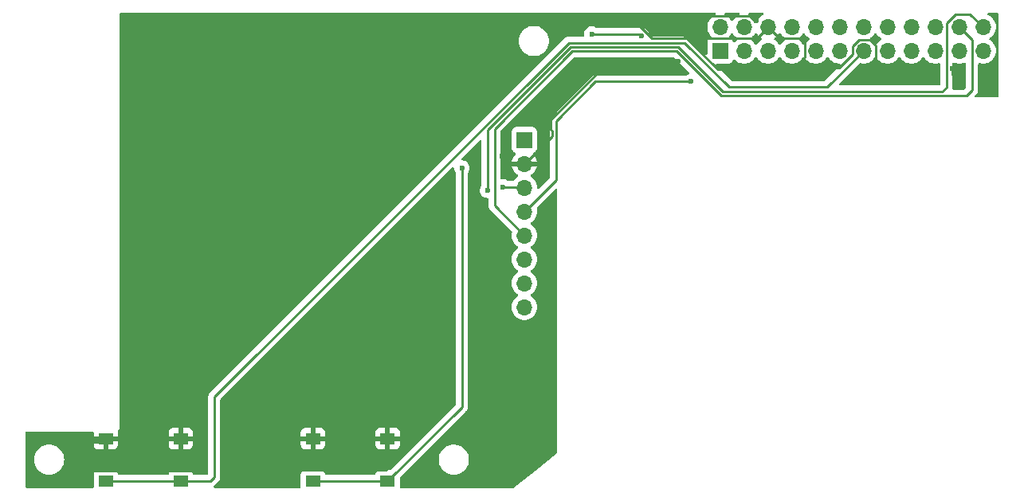
<source format=gbl>
G04 #@! TF.GenerationSoftware,KiCad,Pcbnew,7.0.9-7.0.9~ubuntu20.04.1*
G04 #@! TF.CreationDate,2024-01-21T19:49:38-07:00*
G04 #@! TF.ProjectId,lcdandbuttonboard3b,6c636461-6e64-4627-9574-746f6e626f61,rev?*
G04 #@! TF.SameCoordinates,Original*
G04 #@! TF.FileFunction,Copper,L2,Bot*
G04 #@! TF.FilePolarity,Positive*
%FSLAX46Y46*%
G04 Gerber Fmt 4.6, Leading zero omitted, Abs format (unit mm)*
G04 Created by KiCad (PCBNEW 7.0.9-7.0.9~ubuntu20.04.1) date 2024-01-21 19:49:38*
%MOMM*%
%LPD*%
G01*
G04 APERTURE LIST*
G04 #@! TA.AperFunction,ComponentPad*
%ADD10R,1.700000X1.700000*%
G04 #@! TD*
G04 #@! TA.AperFunction,ComponentPad*
%ADD11O,1.700000X1.700000*%
G04 #@! TD*
G04 #@! TA.AperFunction,SMDPad,CuDef*
%ADD12R,1.550000X1.300000*%
G04 #@! TD*
G04 #@! TA.AperFunction,ViaPad*
%ADD13C,0.600000*%
G04 #@! TD*
G04 #@! TA.AperFunction,Conductor*
%ADD14C,0.250000*%
G04 #@! TD*
G04 APERTURE END LIST*
D10*
X141500000Y-64000000D03*
D11*
X141500000Y-66540000D03*
X141500000Y-69080000D03*
X141500000Y-71620000D03*
X141500000Y-74160000D03*
X141500000Y-76700000D03*
X141500000Y-79240000D03*
X141500000Y-81780000D03*
D10*
X162300000Y-54540000D03*
D11*
X162300000Y-52000000D03*
X164840000Y-54540000D03*
X164840000Y-52000000D03*
X167380000Y-54540000D03*
X167380000Y-52000000D03*
X169920000Y-54540000D03*
X169920000Y-52000000D03*
X172460000Y-54540000D03*
X172460000Y-52000000D03*
X175000000Y-54540000D03*
X175000000Y-52000000D03*
X177540000Y-54540000D03*
X177540000Y-52000000D03*
X180080000Y-54540000D03*
X180080000Y-52000000D03*
X182620000Y-54540000D03*
X182620000Y-52000000D03*
X185160000Y-54540000D03*
X185160000Y-52000000D03*
X187700000Y-54540000D03*
X187700000Y-52000000D03*
X190240000Y-54540000D03*
X190240000Y-52000000D03*
D12*
X97025000Y-100250000D03*
X104975000Y-100250000D03*
X97025000Y-95750000D03*
X104975000Y-95750000D03*
X119025000Y-100250000D03*
X126975000Y-100250000D03*
X119025000Y-95750000D03*
X126975000Y-95750000D03*
D13*
X98975000Y-60400000D03*
X148875000Y-51000000D03*
X100275000Y-92700000D03*
X136100000Y-54575000D03*
X186975000Y-56400000D03*
X146625000Y-51725000D03*
X137625000Y-59175000D03*
X157808411Y-55616589D03*
X141975000Y-97775000D03*
X120150000Y-53800000D03*
X99400000Y-85025000D03*
X143500000Y-85900000D03*
X100600000Y-66450000D03*
X143500000Y-94000000D03*
X180700000Y-56800000D03*
X114425000Y-100275000D03*
X143500000Y-89575000D03*
X114525000Y-52500000D03*
X143825000Y-80050000D03*
X169875000Y-56600000D03*
X99950000Y-88925000D03*
X100050000Y-54550000D03*
X137975000Y-94750000D03*
X188100000Y-58225000D03*
X173100000Y-56350000D03*
X116150000Y-99075000D03*
X93675000Y-96150000D03*
X166125000Y-51375000D03*
X183425000Y-57925000D03*
X107400000Y-98425000D03*
X144025000Y-83100000D03*
X128800000Y-51750000D03*
X190075000Y-57175000D03*
X166000000Y-53175000D03*
X99825000Y-75625000D03*
X104050000Y-52625000D03*
X99725000Y-70975000D03*
X111075000Y-100275000D03*
X184300000Y-56775000D03*
X178025000Y-57175500D03*
X163200000Y-56525000D03*
X133225000Y-51650000D03*
X185300000Y-57400000D03*
X132800000Y-64250000D03*
X100150000Y-80600000D03*
X109125000Y-52075000D03*
X93775000Y-99200000D03*
X139175000Y-96800000D03*
X139125000Y-65725000D03*
X99725000Y-62675000D03*
X130300000Y-95525000D03*
X134275000Y-59225000D03*
X139250000Y-69000000D03*
X137575000Y-69375000D03*
X159200000Y-57800000D03*
X148650000Y-52750000D03*
X134850000Y-67000000D03*
X153950000Y-52925000D03*
D14*
X111075000Y-100275000D02*
X114425000Y-100275000D01*
X176365000Y-54885000D02*
X176365000Y-54053299D01*
X144325000Y-61825000D02*
X150533411Y-55616589D01*
X153633884Y-51725000D02*
X146625000Y-51725000D01*
X166000000Y-53175000D02*
X155083884Y-53175000D01*
X171000000Y-53175000D02*
X171275000Y-53450000D01*
X141000000Y-51725000D02*
X137625000Y-55100000D01*
X167380000Y-52000000D02*
X168555000Y-53175000D01*
X147525000Y-50825000D02*
X146625000Y-51725000D01*
X101975000Y-52625000D02*
X100050000Y-54550000D01*
X99825000Y-75625000D02*
X100150000Y-75950000D01*
X99400000Y-88375000D02*
X99950000Y-88925000D01*
X139175000Y-95950000D02*
X139175000Y-96800000D01*
X182300000Y-56800000D02*
X183425000Y-57925000D01*
X144025000Y-80250000D02*
X143825000Y-80050000D01*
X167380000Y-52000000D02*
X166205000Y-53175000D01*
X166205000Y-53175000D02*
X166000000Y-53175000D01*
X173100000Y-56350000D02*
X174900000Y-56350000D01*
X143500000Y-89575000D02*
X143500000Y-85900000D01*
X171275000Y-53450000D02*
X171275000Y-55200000D01*
X163200000Y-56525000D02*
X162036396Y-56525000D01*
X141975000Y-95525000D02*
X143500000Y-94000000D01*
X156511396Y-51000000D02*
X148875000Y-51000000D01*
X141975000Y-97775000D02*
X141975000Y-95525000D01*
X114525000Y-52500000D02*
X109550000Y-52500000D01*
X155083884Y-53175000D02*
X153633884Y-51725000D01*
X128800000Y-51750000D02*
X126750000Y-53800000D01*
X178216701Y-53365000D02*
X178800000Y-53948299D01*
X144025000Y-83100000D02*
X144025000Y-80250000D01*
X180700000Y-56800000D02*
X182300000Y-56800000D01*
X185300000Y-57400000D02*
X184925000Y-57400000D01*
X168555000Y-53175000D02*
X171000000Y-53175000D01*
X166125000Y-51375000D02*
X165997845Y-51375000D01*
X177053299Y-53365000D02*
X178216701Y-53365000D01*
X178800000Y-53948299D02*
X178800000Y-56400500D01*
X139125000Y-65725000D02*
X139940000Y-66540000D01*
X93775000Y-99200000D02*
X106625000Y-99200000D01*
X109550000Y-52500000D02*
X109125000Y-52075000D01*
X165997845Y-51375000D02*
X165447845Y-50825000D01*
X150533411Y-55616589D02*
X157808411Y-55616589D01*
X97233883Y-96150000D02*
X93675000Y-96150000D01*
X137975000Y-94750000D02*
X139175000Y-95950000D01*
X100150000Y-75950000D02*
X100150000Y-80600000D01*
X139940000Y-66540000D02*
X141500000Y-66540000D01*
X162036396Y-56525000D02*
X156511396Y-51000000D01*
X126750000Y-99075000D02*
X130300000Y-95525000D01*
X137625000Y-55100000D02*
X137625000Y-59175000D01*
X104050000Y-52625000D02*
X101975000Y-52625000D01*
X144325000Y-62954721D02*
X144325000Y-61825000D01*
X136100000Y-54575000D02*
X136100000Y-57400000D01*
X178800000Y-56400500D02*
X178025000Y-57175500D01*
X171275000Y-55200000D02*
X169875000Y-56600000D01*
X100600000Y-70100000D02*
X99725000Y-70975000D01*
X136100000Y-57400000D02*
X134275000Y-59225000D01*
X100275000Y-92700000D02*
X100275000Y-93108883D01*
X174900000Y-56350000D02*
X176365000Y-54885000D01*
X132800000Y-64250000D02*
X133225000Y-63825000D01*
X99400000Y-85025000D02*
X99400000Y-88375000D01*
X146625000Y-51725000D02*
X141000000Y-51725000D01*
X100600000Y-66450000D02*
X100600000Y-70100000D01*
X133225000Y-63825000D02*
X133225000Y-51650000D01*
X98975000Y-60400000D02*
X98975000Y-61925000D01*
X190075000Y-57175000D02*
X190075000Y-57399500D01*
X106625000Y-99200000D02*
X107400000Y-98425000D01*
X186975000Y-57100000D02*
X188100000Y-58225000D01*
X184925000Y-57400000D02*
X184300000Y-56775000D01*
X144425000Y-63615000D02*
X144425000Y-63054721D01*
X141500000Y-66540000D02*
X144425000Y-63615000D01*
X116150000Y-99075000D02*
X126750000Y-99075000D01*
X98975000Y-61925000D02*
X99725000Y-62675000D01*
X144425000Y-63054721D02*
X144325000Y-62954721D01*
X165447845Y-50825000D02*
X147525000Y-50825000D01*
X186975000Y-56400000D02*
X186975000Y-57100000D01*
X126750000Y-53800000D02*
X120150000Y-53800000D01*
X176365000Y-54053299D02*
X177053299Y-53365000D01*
X139250000Y-69000000D02*
X141420000Y-69000000D01*
X187325000Y-50625000D02*
X186335000Y-51615000D01*
X141420000Y-69000000D02*
X141500000Y-69080000D01*
X188865000Y-50625000D02*
X187325000Y-50625000D01*
X186335000Y-58415000D02*
X185900000Y-58850000D01*
X146388604Y-54125000D02*
X137575000Y-62938604D01*
X162561396Y-58850000D02*
X157836396Y-54125000D01*
X157836396Y-54125000D02*
X146388604Y-54125000D01*
X137575000Y-62938604D02*
X137575000Y-69375000D01*
X185900000Y-58850000D02*
X162561396Y-58850000D01*
X186335000Y-51615000D02*
X186335000Y-58415000D01*
X190240000Y-52000000D02*
X188865000Y-50625000D01*
X149050000Y-57800000D02*
X159200000Y-57800000D01*
X144875000Y-68245000D02*
X144875000Y-61975000D01*
X144875000Y-61975000D02*
X149050000Y-57800000D01*
X141500000Y-71620000D02*
X144875000Y-68245000D01*
X189065000Y-53365000D02*
X187700000Y-52000000D01*
X146575000Y-54575000D02*
X157650000Y-54575000D01*
X189065000Y-58685000D02*
X189065000Y-53365000D01*
X138325000Y-62825000D02*
X146575000Y-54575000D01*
X141500000Y-74160000D02*
X138325000Y-70985000D01*
X138325000Y-70985000D02*
X138325000Y-62825000D01*
X162375000Y-59300000D02*
X188450000Y-59300000D01*
X188450000Y-59300000D02*
X189065000Y-58685000D01*
X157650000Y-54575000D02*
X162375000Y-59300000D01*
X153775000Y-52750000D02*
X153950000Y-52925000D01*
X134850000Y-92375000D02*
X134850000Y-67000000D01*
X148650000Y-52750000D02*
X153775000Y-52750000D01*
X126975000Y-100250000D02*
X134850000Y-92375000D01*
X119025000Y-100250000D02*
X126975000Y-100250000D01*
X163275000Y-58400000D02*
X158550000Y-53675000D01*
X158550000Y-53675000D02*
X146202208Y-53675000D01*
X108550000Y-99875000D02*
X108175000Y-100250000D01*
X108550000Y-91327208D02*
X108550000Y-99875000D01*
X146202208Y-53675000D02*
X108550000Y-91327208D01*
X104975000Y-100250000D02*
X97025000Y-100250000D01*
X177540000Y-54540000D02*
X173680000Y-58400000D01*
X108175000Y-100250000D02*
X104975000Y-100250000D01*
X173680000Y-58400000D02*
X163275000Y-58400000D01*
G04 #@! TA.AperFunction,Conductor*
G36*
X161797068Y-50520502D02*
G01*
X161843561Y-50574158D01*
X161853665Y-50644432D01*
X161824171Y-50709012D01*
X161769860Y-50745673D01*
X161752425Y-50751658D01*
X161554426Y-50858810D01*
X161554424Y-50858811D01*
X161376762Y-50997091D01*
X161224279Y-51162729D01*
X161224275Y-51162734D01*
X161101141Y-51351206D01*
X161010703Y-51557386D01*
X161010702Y-51557387D01*
X160955437Y-51775624D01*
X160955436Y-51775630D01*
X160955436Y-51775632D01*
X160936844Y-52000000D01*
X160954232Y-52209844D01*
X160955437Y-52224375D01*
X161010702Y-52442612D01*
X161010703Y-52442613D01*
X161010704Y-52442616D01*
X161066120Y-52568953D01*
X161101141Y-52648793D01*
X161224275Y-52837265D01*
X161224280Y-52837270D01*
X161367475Y-52992820D01*
X161398896Y-53056485D01*
X161390909Y-53127031D01*
X161346051Y-53182060D01*
X161318807Y-53196213D01*
X161203797Y-53239110D01*
X161203792Y-53239112D01*
X161086738Y-53326738D01*
X160999112Y-53443792D01*
X160999110Y-53443797D01*
X160948011Y-53580795D01*
X160948009Y-53580803D01*
X160941500Y-53641350D01*
X160941500Y-54866405D01*
X160921498Y-54934526D01*
X160867842Y-54981019D01*
X160797568Y-54991123D01*
X160732988Y-54961629D01*
X160726405Y-54955500D01*
X159057244Y-53286339D01*
X159047279Y-53273901D01*
X159047052Y-53274090D01*
X159042001Y-53267984D01*
X159042000Y-53267982D01*
X159035081Y-53261485D01*
X158990921Y-53220016D01*
X158969777Y-53198871D01*
X158969772Y-53198866D01*
X158964225Y-53194563D01*
X158959717Y-53190712D01*
X158925325Y-53158417D01*
X158925319Y-53158413D01*
X158907563Y-53148651D01*
X158891047Y-53137802D01*
X158875041Y-53125386D01*
X158844289Y-53112078D01*
X158831740Y-53106648D01*
X158826408Y-53104036D01*
X158785061Y-53081305D01*
X158765436Y-53076266D01*
X158746736Y-53069864D01*
X158728145Y-53061819D01*
X158728143Y-53061818D01*
X158728142Y-53061818D01*
X158681542Y-53054437D01*
X158675729Y-53053233D01*
X158630030Y-53041500D01*
X158609776Y-53041500D01*
X158590066Y-53039949D01*
X158570057Y-53036780D01*
X158570056Y-53036780D01*
X158523083Y-53041220D01*
X158517150Y-53041500D01*
X154889343Y-53041500D01*
X154821222Y-53021498D01*
X154774729Y-52967842D01*
X154764135Y-52929608D01*
X154760956Y-52901393D01*
X154743217Y-52743953D01*
X154683043Y-52571985D01*
X154683041Y-52571982D01*
X154683041Y-52571981D01*
X154586112Y-52417720D01*
X154586111Y-52417718D01*
X154457281Y-52288888D01*
X154457279Y-52288887D01*
X154303018Y-52191958D01*
X154303015Y-52191957D01*
X154131050Y-52131784D01*
X154131049Y-52131783D01*
X154131047Y-52131783D01*
X153950000Y-52111384D01*
X153949998Y-52111384D01*
X153893155Y-52117788D01*
X153863120Y-52115703D01*
X153862894Y-52117493D01*
X153855033Y-52116500D01*
X153855030Y-52116500D01*
X153834776Y-52116500D01*
X153815066Y-52114949D01*
X153795057Y-52111780D01*
X153795056Y-52111780D01*
X153748083Y-52116220D01*
X153742150Y-52116500D01*
X149197737Y-52116500D01*
X149130701Y-52097187D01*
X149003017Y-52016958D01*
X149003015Y-52016957D01*
X148831050Y-51956784D01*
X148831049Y-51956783D01*
X148831047Y-51956783D01*
X148650000Y-51936384D01*
X148468953Y-51956783D01*
X148468950Y-51956783D01*
X148468949Y-51956784D01*
X148296984Y-52016957D01*
X148296981Y-52016958D01*
X148142720Y-52113887D01*
X148142718Y-52113888D01*
X148013888Y-52242718D01*
X148013887Y-52242720D01*
X147916958Y-52396981D01*
X147916957Y-52396984D01*
X147861197Y-52556339D01*
X147856783Y-52568953D01*
X147836384Y-52750000D01*
X147846181Y-52836955D01*
X147853442Y-52901393D01*
X147841193Y-52971324D01*
X147793080Y-53023533D01*
X147728234Y-53041500D01*
X146286061Y-53041500D01*
X146270219Y-53039750D01*
X146270192Y-53040044D01*
X146262300Y-53039298D01*
X146262299Y-53039298D01*
X146192250Y-53041500D01*
X146162352Y-53041500D01*
X146162348Y-53041500D01*
X146162338Y-53041501D01*
X146155387Y-53042379D01*
X146149475Y-53042844D01*
X146102320Y-53044326D01*
X146102318Y-53044327D01*
X146082863Y-53049978D01*
X146063510Y-53053986D01*
X146043418Y-53056524D01*
X146043410Y-53056526D01*
X145999544Y-53073893D01*
X145993929Y-53075816D01*
X145948615Y-53088982D01*
X145948610Y-53088984D01*
X145931171Y-53099297D01*
X145913426Y-53107990D01*
X145894588Y-53115449D01*
X145880912Y-53125386D01*
X145856420Y-53143180D01*
X145851469Y-53146433D01*
X145810848Y-53170455D01*
X145796515Y-53184787D01*
X145781489Y-53197620D01*
X145765103Y-53209526D01*
X145765102Y-53209526D01*
X145735026Y-53245880D01*
X145731031Y-53250271D01*
X108161336Y-90819965D01*
X108148901Y-90829929D01*
X108149089Y-90830156D01*
X108142980Y-90835209D01*
X108095016Y-90886286D01*
X108073866Y-90907435D01*
X108069560Y-90912985D01*
X108065714Y-90917487D01*
X108033417Y-90951882D01*
X108033411Y-90951891D01*
X108023651Y-90969643D01*
X108012803Y-90986158D01*
X108000386Y-91002166D01*
X107981645Y-91045472D01*
X107979034Y-91050802D01*
X107956305Y-91092147D01*
X107956303Y-91092152D01*
X107951267Y-91111767D01*
X107944864Y-91130470D01*
X107936819Y-91149060D01*
X107929437Y-91195664D01*
X107928233Y-91201476D01*
X107916500Y-91247176D01*
X107916500Y-91267431D01*
X107914949Y-91287141D01*
X107911780Y-91307150D01*
X107911780Y-91307151D01*
X107916220Y-91354125D01*
X107916500Y-91360058D01*
X107916500Y-99490500D01*
X107896498Y-99558621D01*
X107842842Y-99605114D01*
X107790500Y-99616500D01*
X106378683Y-99616500D01*
X106310562Y-99596498D01*
X106264069Y-99542842D01*
X106253405Y-99503966D01*
X106251990Y-99490804D01*
X106251988Y-99490795D01*
X106200889Y-99353797D01*
X106200887Y-99353792D01*
X106113261Y-99236738D01*
X105996207Y-99149112D01*
X105996202Y-99149110D01*
X105859204Y-99098011D01*
X105859196Y-99098009D01*
X105798649Y-99091500D01*
X105798638Y-99091500D01*
X104151362Y-99091500D01*
X104151350Y-99091500D01*
X104090803Y-99098009D01*
X104090795Y-99098011D01*
X103953797Y-99149110D01*
X103953792Y-99149112D01*
X103836738Y-99236738D01*
X103749112Y-99353792D01*
X103749110Y-99353797D01*
X103698011Y-99490795D01*
X103698009Y-99490804D01*
X103696595Y-99503966D01*
X103669428Y-99569559D01*
X103611110Y-99610051D01*
X103571317Y-99616500D01*
X98428683Y-99616500D01*
X98360562Y-99596498D01*
X98314069Y-99542842D01*
X98303405Y-99503966D01*
X98301990Y-99490804D01*
X98301988Y-99490795D01*
X98250889Y-99353797D01*
X98250887Y-99353792D01*
X98163261Y-99236738D01*
X98046207Y-99149112D01*
X98046202Y-99149110D01*
X97909204Y-99098011D01*
X97909196Y-99098009D01*
X97848649Y-99091500D01*
X97848638Y-99091500D01*
X96201362Y-99091500D01*
X96201350Y-99091500D01*
X96140803Y-99098009D01*
X96140795Y-99098011D01*
X96003797Y-99149110D01*
X96003792Y-99149112D01*
X95886738Y-99236738D01*
X95799112Y-99353792D01*
X95799110Y-99353797D01*
X95748011Y-99490795D01*
X95748009Y-99490803D01*
X95741500Y-99551350D01*
X95741500Y-100873500D01*
X95721498Y-100941621D01*
X95667842Y-100988114D01*
X95615500Y-100999500D01*
X88626500Y-100999500D01*
X88558379Y-100979498D01*
X88511886Y-100925842D01*
X88500500Y-100873500D01*
X88500500Y-98000000D01*
X89394551Y-98000000D01*
X89414317Y-98251147D01*
X89473126Y-98496109D01*
X89569533Y-98728857D01*
X89701165Y-98943660D01*
X89701166Y-98943662D01*
X89864775Y-99135224D01*
X90056337Y-99298833D01*
X90056341Y-99298836D01*
X90271141Y-99430466D01*
X90503889Y-99526873D01*
X90748852Y-99585683D01*
X90901155Y-99597669D01*
X90937115Y-99600500D01*
X90937118Y-99600500D01*
X91062885Y-99600500D01*
X91096692Y-99597839D01*
X91251148Y-99585683D01*
X91496111Y-99526873D01*
X91728859Y-99430466D01*
X91943659Y-99298836D01*
X92135224Y-99135224D01*
X92298836Y-98943659D01*
X92430466Y-98728859D01*
X92526873Y-98496111D01*
X92585683Y-98251148D01*
X92605449Y-98000000D01*
X92585683Y-97748852D01*
X92526873Y-97503889D01*
X92430466Y-97271141D01*
X92298836Y-97056341D01*
X92298833Y-97056337D01*
X92135224Y-96864775D01*
X91943662Y-96701166D01*
X91943660Y-96701165D01*
X91943659Y-96701164D01*
X91728859Y-96569534D01*
X91496111Y-96473127D01*
X91496109Y-96473126D01*
X91328536Y-96432896D01*
X91251148Y-96414317D01*
X91204081Y-96410612D01*
X91062885Y-96399500D01*
X91062882Y-96399500D01*
X90937118Y-96399500D01*
X90937115Y-96399500D01*
X90748852Y-96414317D01*
X90503890Y-96473126D01*
X90271142Y-96569533D01*
X90056339Y-96701165D01*
X90056337Y-96701166D01*
X89864775Y-96864775D01*
X89701166Y-97056337D01*
X89701165Y-97056339D01*
X89569533Y-97271142D01*
X89473126Y-97503890D01*
X89414317Y-97748852D01*
X89394551Y-98000000D01*
X88500500Y-98000000D01*
X88500500Y-96004000D01*
X95742000Y-96004000D01*
X95742000Y-96448597D01*
X95748505Y-96509093D01*
X95799555Y-96645964D01*
X95799555Y-96645965D01*
X95887095Y-96762904D01*
X96004034Y-96850444D01*
X96140906Y-96901494D01*
X96201402Y-96907999D01*
X96201415Y-96908000D01*
X96771000Y-96908000D01*
X96771000Y-96004000D01*
X97279000Y-96004000D01*
X97279000Y-96908000D01*
X97848585Y-96908000D01*
X97848597Y-96907999D01*
X97909093Y-96901494D01*
X98045964Y-96850444D01*
X98045965Y-96850444D01*
X98162904Y-96762904D01*
X98250444Y-96645965D01*
X98250444Y-96645964D01*
X98301494Y-96509093D01*
X98307999Y-96448597D01*
X98308000Y-96448585D01*
X98308000Y-96004000D01*
X103692000Y-96004000D01*
X103692000Y-96448597D01*
X103698505Y-96509093D01*
X103749555Y-96645964D01*
X103749555Y-96645965D01*
X103837095Y-96762904D01*
X103954034Y-96850444D01*
X104090906Y-96901494D01*
X104151402Y-96907999D01*
X104151415Y-96908000D01*
X104721000Y-96908000D01*
X104721000Y-96004000D01*
X105229000Y-96004000D01*
X105229000Y-96908000D01*
X105798585Y-96908000D01*
X105798597Y-96907999D01*
X105859093Y-96901494D01*
X105995964Y-96850444D01*
X105995965Y-96850444D01*
X106112904Y-96762904D01*
X106200444Y-96645965D01*
X106200444Y-96645964D01*
X106251494Y-96509093D01*
X106257999Y-96448597D01*
X106258000Y-96448585D01*
X106258000Y-96004000D01*
X105229000Y-96004000D01*
X104721000Y-96004000D01*
X103692000Y-96004000D01*
X98308000Y-96004000D01*
X97279000Y-96004000D01*
X96771000Y-96004000D01*
X95742000Y-96004000D01*
X88500500Y-96004000D01*
X88500500Y-95126500D01*
X88520502Y-95058379D01*
X88574158Y-95011886D01*
X88626500Y-95000500D01*
X95616000Y-95000500D01*
X95684121Y-95020502D01*
X95730614Y-95074158D01*
X95742000Y-95126500D01*
X95742000Y-95496000D01*
X98308000Y-95496000D01*
X103692000Y-95496000D01*
X104721000Y-95496000D01*
X104721000Y-94592000D01*
X105229000Y-94592000D01*
X105229000Y-95496000D01*
X106258000Y-95496000D01*
X106258000Y-95051414D01*
X106257999Y-95051402D01*
X106251494Y-94990906D01*
X106200444Y-94854035D01*
X106200444Y-94854034D01*
X106112904Y-94737095D01*
X105995965Y-94649555D01*
X105859093Y-94598505D01*
X105798597Y-94592000D01*
X105229000Y-94592000D01*
X104721000Y-94592000D01*
X104151402Y-94592000D01*
X104090906Y-94598505D01*
X103954035Y-94649555D01*
X103954034Y-94649555D01*
X103837095Y-94737095D01*
X103749555Y-94854034D01*
X103749555Y-94854035D01*
X103698505Y-94990906D01*
X103692000Y-95051402D01*
X103692000Y-95496000D01*
X98308000Y-95496000D01*
X98308000Y-95051414D01*
X98307999Y-95051402D01*
X98300652Y-94983070D01*
X98303138Y-94982802D01*
X98306277Y-94924186D01*
X98329880Y-94883582D01*
X98331125Y-94882144D01*
X98331128Y-94882143D01*
X98348912Y-94861619D01*
X98361622Y-94848909D01*
X98382143Y-94831128D01*
X98396832Y-94808269D01*
X98407592Y-94793896D01*
X98425377Y-94773373D01*
X98436658Y-94748670D01*
X98445268Y-94732902D01*
X98459953Y-94710053D01*
X98467603Y-94683997D01*
X98473882Y-94667160D01*
X98485165Y-94642457D01*
X98489030Y-94615567D01*
X98492848Y-94598017D01*
X98500500Y-94571961D01*
X98500500Y-94428039D01*
X98500500Y-53500000D01*
X140894551Y-53500000D01*
X140914317Y-53751147D01*
X140973126Y-53996109D01*
X141069533Y-54228857D01*
X141201165Y-54443660D01*
X141201166Y-54443662D01*
X141364775Y-54635224D01*
X141515984Y-54764368D01*
X141556341Y-54798836D01*
X141771141Y-54930466D01*
X142003889Y-55026873D01*
X142248852Y-55085683D01*
X142401155Y-55097669D01*
X142437115Y-55100500D01*
X142437118Y-55100500D01*
X142562885Y-55100500D01*
X142596692Y-55097839D01*
X142751148Y-55085683D01*
X142996111Y-55026873D01*
X143228859Y-54930466D01*
X143443659Y-54798836D01*
X143635224Y-54635224D01*
X143798836Y-54443659D01*
X143930466Y-54228859D01*
X144026873Y-53996111D01*
X144085683Y-53751148D01*
X144105449Y-53500000D01*
X144085683Y-53248852D01*
X144026873Y-53003889D01*
X143930466Y-52771141D01*
X143798836Y-52556341D01*
X143798833Y-52556337D01*
X143635224Y-52364775D01*
X143443662Y-52201166D01*
X143443660Y-52201165D01*
X143443659Y-52201164D01*
X143228859Y-52069534D01*
X143177048Y-52048073D01*
X142996109Y-51973126D01*
X142828536Y-51932896D01*
X142751148Y-51914317D01*
X142704081Y-51910612D01*
X142562885Y-51899500D01*
X142562882Y-51899500D01*
X142437118Y-51899500D01*
X142437115Y-51899500D01*
X142248852Y-51914317D01*
X142003890Y-51973126D01*
X141771142Y-52069533D01*
X141556339Y-52201165D01*
X141556337Y-52201166D01*
X141364775Y-52364775D01*
X141201166Y-52556337D01*
X141201165Y-52556339D01*
X141069533Y-52771142D01*
X140973126Y-53003890D01*
X140914317Y-53248852D01*
X140894551Y-53500000D01*
X98500500Y-53500000D01*
X98500500Y-50626500D01*
X98520502Y-50558379D01*
X98574158Y-50511886D01*
X98626500Y-50500500D01*
X138964201Y-50500500D01*
X161728947Y-50500500D01*
X161797068Y-50520502D01*
G37*
G04 #@! TD.AperFunction*
G04 #@! TA.AperFunction,Conductor*
G36*
X133957842Y-66919434D02*
G01*
X134014678Y-66961981D01*
X134039018Y-67023382D01*
X134040891Y-67040000D01*
X134056783Y-67181047D01*
X134056784Y-67181049D01*
X134116957Y-67353015D01*
X134116958Y-67353017D01*
X134197187Y-67480701D01*
X134216500Y-67547737D01*
X134216500Y-92060405D01*
X134196498Y-92128526D01*
X134179595Y-92149500D01*
X127274500Y-99054595D01*
X127212188Y-99088621D01*
X127185405Y-99091500D01*
X126151350Y-99091500D01*
X126090803Y-99098009D01*
X126090795Y-99098011D01*
X125953797Y-99149110D01*
X125953792Y-99149112D01*
X125836738Y-99236738D01*
X125749112Y-99353792D01*
X125749110Y-99353797D01*
X125698011Y-99490795D01*
X125698009Y-99490804D01*
X125696595Y-99503966D01*
X125669428Y-99569559D01*
X125611110Y-99610051D01*
X125571317Y-99616500D01*
X120428683Y-99616500D01*
X120360562Y-99596498D01*
X120314069Y-99542842D01*
X120303405Y-99503966D01*
X120301990Y-99490804D01*
X120301988Y-99490795D01*
X120250889Y-99353797D01*
X120250887Y-99353792D01*
X120163261Y-99236738D01*
X120046207Y-99149112D01*
X120046202Y-99149110D01*
X119909204Y-99098011D01*
X119909196Y-99098009D01*
X119848649Y-99091500D01*
X119848638Y-99091500D01*
X118201362Y-99091500D01*
X118201350Y-99091500D01*
X118140803Y-99098009D01*
X118140795Y-99098011D01*
X118003797Y-99149110D01*
X118003792Y-99149112D01*
X117886738Y-99236738D01*
X117799112Y-99353792D01*
X117799110Y-99353797D01*
X117748011Y-99490795D01*
X117748009Y-99490803D01*
X117741500Y-99551350D01*
X117741500Y-100873500D01*
X117721498Y-100941621D01*
X117667842Y-100988114D01*
X117615500Y-100999500D01*
X108612739Y-100999500D01*
X108544618Y-100979498D01*
X108498125Y-100925842D01*
X108488021Y-100855568D01*
X108517515Y-100790988D01*
X108548602Y-100765045D01*
X108556349Y-100760463D01*
X108566362Y-100754542D01*
X108580685Y-100740218D01*
X108595724Y-100727374D01*
X108612107Y-100715472D01*
X108642202Y-100679092D01*
X108646161Y-100674742D01*
X108938661Y-100382242D01*
X108951096Y-100372281D01*
X108950909Y-100372054D01*
X108957014Y-100367003D01*
X108957015Y-100367001D01*
X108957018Y-100367000D01*
X109004984Y-100315920D01*
X109026135Y-100294770D01*
X109030445Y-100289212D01*
X109034274Y-100284729D01*
X109066586Y-100250321D01*
X109076346Y-100232565D01*
X109087195Y-100216050D01*
X109099614Y-100200041D01*
X109118363Y-100156710D01*
X109120953Y-100151423D01*
X109143695Y-100110060D01*
X109148733Y-100090434D01*
X109155137Y-100071732D01*
X109163180Y-100053147D01*
X109163179Y-100053147D01*
X109163181Y-100053145D01*
X109170561Y-100006547D01*
X109171762Y-100000740D01*
X109183500Y-99955030D01*
X109183500Y-99934775D01*
X109185051Y-99915063D01*
X109188220Y-99895057D01*
X109185629Y-99867651D01*
X109183780Y-99848080D01*
X109183500Y-99842148D01*
X109183500Y-96004000D01*
X117742000Y-96004000D01*
X117742000Y-96448597D01*
X117748505Y-96509093D01*
X117799555Y-96645964D01*
X117799555Y-96645965D01*
X117887095Y-96762904D01*
X118004034Y-96850444D01*
X118140906Y-96901494D01*
X118201402Y-96907999D01*
X118201415Y-96908000D01*
X118771000Y-96908000D01*
X118771000Y-96004000D01*
X119279000Y-96004000D01*
X119279000Y-96908000D01*
X119848585Y-96908000D01*
X119848597Y-96907999D01*
X119909093Y-96901494D01*
X120045964Y-96850444D01*
X120045965Y-96850444D01*
X120162904Y-96762904D01*
X120250444Y-96645965D01*
X120250444Y-96645964D01*
X120301494Y-96509093D01*
X120307999Y-96448597D01*
X120308000Y-96448585D01*
X120308000Y-96004000D01*
X125692000Y-96004000D01*
X125692000Y-96448597D01*
X125698505Y-96509093D01*
X125749555Y-96645964D01*
X125749555Y-96645965D01*
X125837095Y-96762904D01*
X125954034Y-96850444D01*
X126090906Y-96901494D01*
X126151402Y-96907999D01*
X126151415Y-96908000D01*
X126721000Y-96908000D01*
X126721000Y-96004000D01*
X127229000Y-96004000D01*
X127229000Y-96908000D01*
X127798585Y-96908000D01*
X127798597Y-96907999D01*
X127859093Y-96901494D01*
X127995964Y-96850444D01*
X127995965Y-96850444D01*
X128112904Y-96762904D01*
X128200444Y-96645965D01*
X128200444Y-96645964D01*
X128251494Y-96509093D01*
X128257999Y-96448597D01*
X128258000Y-96448585D01*
X128258000Y-96004000D01*
X127229000Y-96004000D01*
X126721000Y-96004000D01*
X125692000Y-96004000D01*
X120308000Y-96004000D01*
X119279000Y-96004000D01*
X118771000Y-96004000D01*
X117742000Y-96004000D01*
X109183500Y-96004000D01*
X109183500Y-95496000D01*
X117742000Y-95496000D01*
X118771000Y-95496000D01*
X118771000Y-94592000D01*
X119279000Y-94592000D01*
X119279000Y-95496000D01*
X120308000Y-95496000D01*
X125692000Y-95496000D01*
X126721000Y-95496000D01*
X126721000Y-94592000D01*
X127229000Y-94592000D01*
X127229000Y-95496000D01*
X128258000Y-95496000D01*
X128258000Y-95051414D01*
X128257999Y-95051402D01*
X128251494Y-94990906D01*
X128200444Y-94854035D01*
X128200444Y-94854034D01*
X128112904Y-94737095D01*
X127995965Y-94649555D01*
X127859093Y-94598505D01*
X127798597Y-94592000D01*
X127229000Y-94592000D01*
X126721000Y-94592000D01*
X126151402Y-94592000D01*
X126090906Y-94598505D01*
X125954035Y-94649555D01*
X125954034Y-94649555D01*
X125837095Y-94737095D01*
X125749555Y-94854034D01*
X125749555Y-94854035D01*
X125698505Y-94990906D01*
X125692000Y-95051402D01*
X125692000Y-95496000D01*
X120308000Y-95496000D01*
X120308000Y-95051414D01*
X120307999Y-95051402D01*
X120301494Y-94990906D01*
X120250444Y-94854035D01*
X120250444Y-94854034D01*
X120162904Y-94737095D01*
X120045965Y-94649555D01*
X119909093Y-94598505D01*
X119848597Y-94592000D01*
X119279000Y-94592000D01*
X118771000Y-94592000D01*
X118201402Y-94592000D01*
X118140906Y-94598505D01*
X118004035Y-94649555D01*
X118004034Y-94649555D01*
X117887095Y-94737095D01*
X117799555Y-94854034D01*
X117799555Y-94854035D01*
X117748505Y-94990906D01*
X117742000Y-95051402D01*
X117742000Y-95496000D01*
X109183500Y-95496000D01*
X109183500Y-91641801D01*
X109203502Y-91573680D01*
X109220400Y-91552711D01*
X133824717Y-66948393D01*
X133887027Y-66914369D01*
X133957842Y-66919434D01*
G37*
G04 #@! TD.AperFunction*
G04 #@! TA.AperFunction,Conductor*
G36*
X136859533Y-64017745D02*
G01*
X136916368Y-64060292D01*
X136941179Y-64126812D01*
X136941500Y-64135801D01*
X136941500Y-68827262D01*
X136922187Y-68894298D01*
X136841958Y-69021981D01*
X136841957Y-69021984D01*
X136821657Y-69080000D01*
X136781783Y-69193953D01*
X136761384Y-69375000D01*
X136781783Y-69556047D01*
X136781783Y-69556049D01*
X136781784Y-69556050D01*
X136841957Y-69728015D01*
X136841958Y-69728018D01*
X136938887Y-69882279D01*
X136938888Y-69882281D01*
X137067718Y-70011111D01*
X137067720Y-70011112D01*
X137221981Y-70108041D01*
X137221982Y-70108041D01*
X137221985Y-70108043D01*
X137393953Y-70168217D01*
X137575000Y-70188616D01*
X137575004Y-70188615D01*
X137579607Y-70189134D01*
X137645060Y-70216637D01*
X137685253Y-70275161D01*
X137691500Y-70314342D01*
X137691500Y-70901146D01*
X137689751Y-70916988D01*
X137690044Y-70917016D01*
X137689298Y-70924907D01*
X137691500Y-70994957D01*
X137691500Y-71024851D01*
X137691501Y-71024872D01*
X137692378Y-71031820D01*
X137692844Y-71037732D01*
X137694326Y-71084888D01*
X137694327Y-71084893D01*
X137699977Y-71104339D01*
X137703986Y-71123697D01*
X137706525Y-71143793D01*
X137706526Y-71143799D01*
X137723893Y-71187662D01*
X137725816Y-71193279D01*
X137738982Y-71238593D01*
X137749294Y-71256031D01*
X137757988Y-71273779D01*
X137765444Y-71292609D01*
X137765450Y-71292620D01*
X137793177Y-71330783D01*
X137796437Y-71335746D01*
X137820460Y-71376365D01*
X137834779Y-71390684D01*
X137847617Y-71405714D01*
X137857156Y-71418843D01*
X137859528Y-71422107D01*
X137887794Y-71445491D01*
X137895886Y-71452185D01*
X137900267Y-71456171D01*
X139601186Y-73157091D01*
X140150132Y-73706037D01*
X140184158Y-73768349D01*
X140183182Y-73826062D01*
X140155436Y-73935628D01*
X140136844Y-74160000D01*
X140155437Y-74384375D01*
X140210702Y-74602612D01*
X140210703Y-74602613D01*
X140301141Y-74808793D01*
X140424275Y-74997265D01*
X140424279Y-74997270D01*
X140576762Y-75162908D01*
X140631331Y-75205381D01*
X140754424Y-75301189D01*
X140787680Y-75319186D01*
X140838071Y-75369200D01*
X140853423Y-75438516D01*
X140828862Y-75505129D01*
X140787680Y-75540813D01*
X140754426Y-75558810D01*
X140754424Y-75558811D01*
X140576762Y-75697091D01*
X140424279Y-75862729D01*
X140424275Y-75862734D01*
X140301141Y-76051206D01*
X140210703Y-76257386D01*
X140210702Y-76257387D01*
X140155437Y-76475624D01*
X140136844Y-76700000D01*
X140155437Y-76924375D01*
X140210702Y-77142612D01*
X140210703Y-77142613D01*
X140301141Y-77348793D01*
X140424275Y-77537265D01*
X140424279Y-77537270D01*
X140576762Y-77702908D01*
X140631331Y-77745381D01*
X140754424Y-77841189D01*
X140787680Y-77859186D01*
X140838071Y-77909200D01*
X140853423Y-77978516D01*
X140828862Y-78045129D01*
X140787680Y-78080813D01*
X140754426Y-78098810D01*
X140754424Y-78098811D01*
X140576762Y-78237091D01*
X140424279Y-78402729D01*
X140424275Y-78402734D01*
X140301141Y-78591206D01*
X140210703Y-78797386D01*
X140210702Y-78797387D01*
X140155437Y-79015624D01*
X140136844Y-79240000D01*
X140155437Y-79464375D01*
X140210702Y-79682612D01*
X140210703Y-79682613D01*
X140301141Y-79888793D01*
X140424275Y-80077265D01*
X140424279Y-80077270D01*
X140576762Y-80242908D01*
X140631331Y-80285381D01*
X140754424Y-80381189D01*
X140787680Y-80399186D01*
X140838071Y-80449200D01*
X140853423Y-80518516D01*
X140828862Y-80585129D01*
X140787680Y-80620813D01*
X140754426Y-80638810D01*
X140754424Y-80638811D01*
X140576762Y-80777091D01*
X140424279Y-80942729D01*
X140424275Y-80942734D01*
X140301141Y-81131206D01*
X140210703Y-81337386D01*
X140210702Y-81337387D01*
X140155437Y-81555624D01*
X140136844Y-81780000D01*
X140155437Y-82004375D01*
X140210702Y-82222612D01*
X140210703Y-82222613D01*
X140301141Y-82428793D01*
X140424275Y-82617265D01*
X140424279Y-82617270D01*
X140576762Y-82782908D01*
X140631331Y-82825381D01*
X140754424Y-82921189D01*
X140952426Y-83028342D01*
X140952427Y-83028342D01*
X140952428Y-83028343D01*
X141064227Y-83066723D01*
X141165365Y-83101444D01*
X141387431Y-83138500D01*
X141387435Y-83138500D01*
X141612565Y-83138500D01*
X141612569Y-83138500D01*
X141834635Y-83101444D01*
X142047574Y-83028342D01*
X142245576Y-82921189D01*
X142423240Y-82782906D01*
X142575722Y-82617268D01*
X142698860Y-82428791D01*
X142789296Y-82222616D01*
X142844564Y-82004368D01*
X142863156Y-81780000D01*
X142844564Y-81555632D01*
X142789296Y-81337384D01*
X142698860Y-81131209D01*
X142692140Y-81120924D01*
X142575724Y-80942734D01*
X142575720Y-80942729D01*
X142423237Y-80777091D01*
X142341382Y-80713381D01*
X142245576Y-80638811D01*
X142212319Y-80620813D01*
X142161929Y-80570802D01*
X142146576Y-80501485D01*
X142171136Y-80434872D01*
X142212320Y-80399186D01*
X142245576Y-80381189D01*
X142423240Y-80242906D01*
X142575722Y-80077268D01*
X142698860Y-79888791D01*
X142789296Y-79682616D01*
X142844564Y-79464368D01*
X142863156Y-79240000D01*
X142844564Y-79015632D01*
X142789296Y-78797384D01*
X142698860Y-78591209D01*
X142692140Y-78580924D01*
X142575724Y-78402734D01*
X142575720Y-78402729D01*
X142423237Y-78237091D01*
X142341382Y-78173381D01*
X142245576Y-78098811D01*
X142212319Y-78080813D01*
X142161929Y-78030802D01*
X142146576Y-77961485D01*
X142171136Y-77894872D01*
X142212320Y-77859186D01*
X142245576Y-77841189D01*
X142423240Y-77702906D01*
X142575722Y-77537268D01*
X142698860Y-77348791D01*
X142789296Y-77142616D01*
X142844564Y-76924368D01*
X142863156Y-76700000D01*
X142844564Y-76475632D01*
X142789296Y-76257384D01*
X142698860Y-76051209D01*
X142692140Y-76040924D01*
X142575724Y-75862734D01*
X142575720Y-75862729D01*
X142423237Y-75697091D01*
X142341382Y-75633381D01*
X142245576Y-75558811D01*
X142212319Y-75540813D01*
X142161929Y-75490802D01*
X142146576Y-75421485D01*
X142171136Y-75354872D01*
X142212320Y-75319186D01*
X142245576Y-75301189D01*
X142423240Y-75162906D01*
X142575722Y-74997268D01*
X142698860Y-74808791D01*
X142789296Y-74602616D01*
X142844564Y-74384368D01*
X142863156Y-74160000D01*
X142844564Y-73935632D01*
X142789296Y-73717384D01*
X142698860Y-73511209D01*
X142692140Y-73500924D01*
X142575724Y-73322734D01*
X142575720Y-73322729D01*
X142423237Y-73157091D01*
X142341382Y-73093381D01*
X142245576Y-73018811D01*
X142212319Y-73000813D01*
X142161929Y-72950802D01*
X142146576Y-72881485D01*
X142171136Y-72814872D01*
X142212320Y-72779186D01*
X142245576Y-72761189D01*
X142423240Y-72622906D01*
X142575722Y-72457268D01*
X142698860Y-72268791D01*
X142789296Y-72062616D01*
X142844564Y-71844368D01*
X142863156Y-71620000D01*
X142844564Y-71395632D01*
X142816817Y-71286062D01*
X142819484Y-71215116D01*
X142849864Y-71166038D01*
X144784406Y-69231496D01*
X144846717Y-69197472D01*
X144917533Y-69202537D01*
X144974368Y-69245084D01*
X144999179Y-69311604D01*
X144999500Y-69320593D01*
X144999500Y-97198888D01*
X144979498Y-97267009D01*
X144952212Y-97297277D01*
X142654779Y-99135224D01*
X140388013Y-100948638D01*
X140358949Y-100971889D01*
X140293260Y-100998825D01*
X140280237Y-100999500D01*
X128384500Y-100999500D01*
X128316379Y-100979498D01*
X128269886Y-100925842D01*
X128258500Y-100873500D01*
X128258500Y-99914594D01*
X128278502Y-99846473D01*
X128295405Y-99825499D01*
X130120904Y-98000000D01*
X132394551Y-98000000D01*
X132414317Y-98251147D01*
X132473126Y-98496109D01*
X132569533Y-98728857D01*
X132701165Y-98943660D01*
X132701166Y-98943662D01*
X132864775Y-99135224D01*
X133056337Y-99298833D01*
X133056341Y-99298836D01*
X133271141Y-99430466D01*
X133503889Y-99526873D01*
X133748852Y-99585683D01*
X133901155Y-99597669D01*
X133937115Y-99600500D01*
X133937118Y-99600500D01*
X134062885Y-99600500D01*
X134096692Y-99597839D01*
X134251148Y-99585683D01*
X134496111Y-99526873D01*
X134728859Y-99430466D01*
X134943659Y-99298836D01*
X135135224Y-99135224D01*
X135298836Y-98943659D01*
X135430466Y-98728859D01*
X135526873Y-98496111D01*
X135585683Y-98251148D01*
X135605449Y-98000000D01*
X135585683Y-97748852D01*
X135526873Y-97503889D01*
X135430466Y-97271141D01*
X135298836Y-97056341D01*
X135298833Y-97056337D01*
X135135224Y-96864775D01*
X134943662Y-96701166D01*
X134943660Y-96701165D01*
X134943659Y-96701164D01*
X134728859Y-96569534D01*
X134496111Y-96473127D01*
X134496109Y-96473126D01*
X134328536Y-96432896D01*
X134251148Y-96414317D01*
X134204081Y-96410612D01*
X134062885Y-96399500D01*
X134062882Y-96399500D01*
X133937118Y-96399500D01*
X133937115Y-96399500D01*
X133748852Y-96414317D01*
X133503890Y-96473126D01*
X133271142Y-96569533D01*
X133056339Y-96701165D01*
X133056337Y-96701166D01*
X132864775Y-96864775D01*
X132701166Y-97056337D01*
X132701165Y-97056339D01*
X132569533Y-97271142D01*
X132473126Y-97503890D01*
X132414317Y-97748852D01*
X132394551Y-98000000D01*
X130120904Y-98000000D01*
X131721404Y-96399500D01*
X135238660Y-92882243D01*
X135251098Y-92872280D01*
X135250910Y-92872053D01*
X135257013Y-92867002D01*
X135257018Y-92867000D01*
X135304983Y-92815921D01*
X135326135Y-92794770D01*
X135330445Y-92789212D01*
X135334274Y-92784729D01*
X135366586Y-92750321D01*
X135376346Y-92732565D01*
X135387195Y-92716050D01*
X135399614Y-92700041D01*
X135418363Y-92656710D01*
X135420953Y-92651423D01*
X135443695Y-92610060D01*
X135448733Y-92590434D01*
X135455137Y-92571732D01*
X135463180Y-92553147D01*
X135463179Y-92553147D01*
X135463181Y-92553145D01*
X135470561Y-92506547D01*
X135471762Y-92500740D01*
X135483500Y-92455030D01*
X135483500Y-92434775D01*
X135485051Y-92415063D01*
X135488220Y-92395057D01*
X135485629Y-92367651D01*
X135483780Y-92348080D01*
X135483500Y-92342148D01*
X135483500Y-67547737D01*
X135502813Y-67480701D01*
X135539817Y-67421807D01*
X135583043Y-67353015D01*
X135643217Y-67181047D01*
X135663616Y-67000000D01*
X135643217Y-66818953D01*
X135583043Y-66646985D01*
X135583041Y-66646982D01*
X135583041Y-66646981D01*
X135486112Y-66492720D01*
X135486111Y-66492718D01*
X135357281Y-66363888D01*
X135357279Y-66363887D01*
X135203018Y-66266958D01*
X135203015Y-66266957D01*
X135188909Y-66262021D01*
X135031047Y-66206783D01*
X134935682Y-66196038D01*
X134873382Y-66189018D01*
X134807929Y-66161514D01*
X134767736Y-66102990D01*
X134765565Y-66032026D01*
X134798393Y-65974717D01*
X136726407Y-64046704D01*
X136788717Y-64012680D01*
X136859533Y-64017745D01*
G37*
G04 #@! TD.AperFunction*
G04 #@! TA.AperFunction,Conductor*
G36*
X157403527Y-55228502D02*
G01*
X157424501Y-55245405D01*
X159000815Y-56821719D01*
X159034841Y-56884031D01*
X159029776Y-56954846D01*
X158987229Y-57011682D01*
X158953336Y-57029743D01*
X158846981Y-57066958D01*
X158719299Y-57147187D01*
X158652263Y-57166500D01*
X149133854Y-57166500D01*
X149118012Y-57164750D01*
X149117985Y-57165044D01*
X149110092Y-57164297D01*
X149040029Y-57166500D01*
X149010144Y-57166500D01*
X149010140Y-57166500D01*
X149010129Y-57166501D01*
X149003190Y-57167377D01*
X148997277Y-57167843D01*
X148950111Y-57169325D01*
X148930650Y-57174979D01*
X148911304Y-57178985D01*
X148891204Y-57181525D01*
X148891203Y-57181525D01*
X148847335Y-57198893D01*
X148841720Y-57200815D01*
X148796413Y-57213978D01*
X148796404Y-57213982D01*
X148778962Y-57224297D01*
X148761215Y-57232991D01*
X148742383Y-57240447D01*
X148742381Y-57240448D01*
X148704214Y-57268178D01*
X148699254Y-57271436D01*
X148658636Y-57295459D01*
X148658633Y-57295461D01*
X148644312Y-57309783D01*
X148629283Y-57322619D01*
X148612893Y-57334527D01*
X148582808Y-57370892D01*
X148578812Y-57375283D01*
X144486336Y-61467757D01*
X144473901Y-61477721D01*
X144474089Y-61477948D01*
X144467980Y-61483001D01*
X144420016Y-61534078D01*
X144398866Y-61555227D01*
X144394560Y-61560777D01*
X144390714Y-61565279D01*
X144358417Y-61599674D01*
X144358411Y-61599683D01*
X144348651Y-61617435D01*
X144337803Y-61633950D01*
X144325386Y-61649958D01*
X144306645Y-61693264D01*
X144304034Y-61698594D01*
X144281305Y-61739939D01*
X144281303Y-61739944D01*
X144276267Y-61759559D01*
X144269864Y-61778262D01*
X144261819Y-61796852D01*
X144254437Y-61843456D01*
X144253233Y-61849268D01*
X144241500Y-61894968D01*
X144241500Y-61915223D01*
X144239949Y-61934933D01*
X144236780Y-61954942D01*
X144236780Y-61954943D01*
X144241220Y-62001917D01*
X144241500Y-62007850D01*
X144241500Y-67930405D01*
X144221498Y-67998526D01*
X144204595Y-68019500D01*
X143076870Y-69147224D01*
X143014558Y-69181250D01*
X142943742Y-69176185D01*
X142886907Y-69133638D01*
X142862206Y-69068536D01*
X142844564Y-68855632D01*
X142789296Y-68637384D01*
X142698860Y-68431209D01*
X142591550Y-68266958D01*
X142575724Y-68242734D01*
X142575720Y-68242729D01*
X142423237Y-68077091D01*
X142301829Y-67982595D01*
X142245576Y-67938811D01*
X142211792Y-67920528D01*
X142161402Y-67870516D01*
X142146050Y-67801199D01*
X142170610Y-67734586D01*
X142211793Y-67698901D01*
X142245300Y-67680767D01*
X142245301Y-67680767D01*
X142422902Y-67542534D01*
X142575325Y-67376958D01*
X142698419Y-67188548D01*
X142788820Y-66982456D01*
X142788823Y-66982449D01*
X142836544Y-66794000D01*
X141931116Y-66794000D01*
X141959493Y-66749844D01*
X142000000Y-66611889D01*
X142000000Y-66468111D01*
X141959493Y-66330156D01*
X141931116Y-66286000D01*
X142836544Y-66286000D01*
X142836544Y-66285999D01*
X142788823Y-66097550D01*
X142788820Y-66097543D01*
X142698419Y-65891451D01*
X142575325Y-65703041D01*
X142432018Y-65547367D01*
X142400598Y-65483702D01*
X142408585Y-65413156D01*
X142453444Y-65358127D01*
X142480679Y-65343977D01*
X142596204Y-65300889D01*
X142713261Y-65213261D01*
X142800889Y-65096204D01*
X142851989Y-64959201D01*
X142858500Y-64898638D01*
X142858500Y-63101362D01*
X142858499Y-63101350D01*
X142851990Y-63040803D01*
X142851988Y-63040795D01*
X142800889Y-62903797D01*
X142800887Y-62903792D01*
X142713261Y-62786738D01*
X142596207Y-62699112D01*
X142596202Y-62699110D01*
X142459204Y-62648011D01*
X142459196Y-62648009D01*
X142398649Y-62641500D01*
X142398638Y-62641500D01*
X140601362Y-62641500D01*
X140601350Y-62641500D01*
X140540803Y-62648009D01*
X140540795Y-62648011D01*
X140403797Y-62699110D01*
X140403792Y-62699112D01*
X140286738Y-62786738D01*
X140199112Y-62903792D01*
X140199110Y-62903797D01*
X140148011Y-63040795D01*
X140148009Y-63040803D01*
X140141500Y-63101350D01*
X140141500Y-64898649D01*
X140148009Y-64959196D01*
X140148011Y-64959204D01*
X140199110Y-65096202D01*
X140199112Y-65096207D01*
X140286738Y-65213261D01*
X140403792Y-65300887D01*
X140403796Y-65300889D01*
X140519312Y-65343975D01*
X140576148Y-65386522D01*
X140600958Y-65453042D01*
X140585866Y-65522416D01*
X140567981Y-65547367D01*
X140424674Y-65703041D01*
X140301580Y-65891451D01*
X140211179Y-66097543D01*
X140211176Y-66097550D01*
X140163455Y-66285999D01*
X140163456Y-66286000D01*
X141068884Y-66286000D01*
X141040507Y-66330156D01*
X141000000Y-66468111D01*
X141000000Y-66611889D01*
X141040507Y-66749844D01*
X141068884Y-66794000D01*
X140163455Y-66794000D01*
X140211176Y-66982449D01*
X140211179Y-66982456D01*
X140301580Y-67188548D01*
X140424674Y-67376958D01*
X140577097Y-67542534D01*
X140754698Y-67680767D01*
X140754704Y-67680771D01*
X140788207Y-67698902D01*
X140838597Y-67748915D01*
X140853949Y-67818232D01*
X140829388Y-67884845D01*
X140788207Y-67920528D01*
X140754430Y-67938807D01*
X140754424Y-67938811D01*
X140576762Y-68077091D01*
X140424278Y-68242732D01*
X140380711Y-68309416D01*
X140326707Y-68355504D01*
X140275228Y-68366500D01*
X139797737Y-68366500D01*
X139730701Y-68347187D01*
X139603017Y-68266958D01*
X139603015Y-68266957D01*
X139431050Y-68206784D01*
X139431049Y-68206783D01*
X139431047Y-68206783D01*
X139250000Y-68186384D01*
X139249999Y-68186384D01*
X139193144Y-68192790D01*
X139098606Y-68203441D01*
X139028676Y-68191193D01*
X138976467Y-68143080D01*
X138958500Y-68078234D01*
X138958500Y-63139594D01*
X138978502Y-63071473D01*
X138995405Y-63050499D01*
X146800500Y-55245405D01*
X146862812Y-55211379D01*
X146889595Y-55208500D01*
X157335406Y-55208500D01*
X157403527Y-55228502D01*
G37*
G04 #@! TD.AperFunction*
G04 #@! TA.AperFunction,Conductor*
G36*
X191791621Y-50520502D02*
G01*
X191838114Y-50574158D01*
X191849500Y-50626500D01*
X191849500Y-51926533D01*
X191829498Y-51994654D01*
X191821983Y-52001165D01*
X191846915Y-52048073D01*
X191849500Y-52073466D01*
X191849500Y-54466533D01*
X191829498Y-54534654D01*
X191821983Y-54541165D01*
X191846915Y-54588073D01*
X191849500Y-54613466D01*
X191849500Y-59373500D01*
X191829498Y-59441621D01*
X191775842Y-59488114D01*
X191723500Y-59499500D01*
X189450594Y-59499500D01*
X189382473Y-59479498D01*
X189335980Y-59425842D01*
X189325876Y-59355568D01*
X189355370Y-59290988D01*
X189361498Y-59284405D01*
X189453659Y-59192243D01*
X189466093Y-59182284D01*
X189465905Y-59182057D01*
X189472009Y-59177005D01*
X189472018Y-59177000D01*
X189519999Y-59125904D01*
X189541134Y-59104770D01*
X189545429Y-59099232D01*
X189549271Y-59094731D01*
X189581586Y-59060321D01*
X189591345Y-59042567D01*
X189602197Y-59026046D01*
X189614613Y-59010041D01*
X189633347Y-58966748D01*
X189635961Y-58961412D01*
X189658694Y-58920061D01*
X189658695Y-58920060D01*
X189663733Y-58900435D01*
X189670138Y-58881730D01*
X189678181Y-58863145D01*
X189685563Y-58816525D01*
X189686761Y-58810744D01*
X189698500Y-58765030D01*
X189698500Y-58744769D01*
X189700051Y-58725058D01*
X189703219Y-58705056D01*
X189698780Y-58658089D01*
X189698500Y-58652157D01*
X189698500Y-55966900D01*
X189718502Y-55898779D01*
X189772158Y-55852286D01*
X189842432Y-55842182D01*
X189865406Y-55847726D01*
X189905365Y-55861444D01*
X190127431Y-55898500D01*
X190127435Y-55898500D01*
X190352565Y-55898500D01*
X190352569Y-55898500D01*
X190574635Y-55861444D01*
X190787574Y-55788342D01*
X190985576Y-55681189D01*
X191163240Y-55542906D01*
X191315722Y-55377268D01*
X191438860Y-55188791D01*
X191529296Y-54982616D01*
X191584564Y-54764368D01*
X191597930Y-54603059D01*
X191623490Y-54536824D01*
X191624493Y-54536090D01*
X191602604Y-54502031D01*
X191597930Y-54476938D01*
X191597068Y-54466533D01*
X191584564Y-54315632D01*
X191529296Y-54097384D01*
X191438860Y-53891209D01*
X191421500Y-53864637D01*
X191315724Y-53702734D01*
X191315720Y-53702729D01*
X191163237Y-53537091D01*
X191043367Y-53443792D01*
X190985576Y-53398811D01*
X190952319Y-53380813D01*
X190901929Y-53330802D01*
X190886576Y-53261485D01*
X190911136Y-53194872D01*
X190952320Y-53159186D01*
X190953741Y-53158417D01*
X190985576Y-53141189D01*
X191163240Y-53002906D01*
X191315722Y-52837268D01*
X191315927Y-52836955D01*
X191372737Y-52750000D01*
X191438860Y-52648791D01*
X191529296Y-52442616D01*
X191584564Y-52224368D01*
X191597930Y-52063059D01*
X191623490Y-51996824D01*
X191624493Y-51996090D01*
X191602604Y-51962031D01*
X191597930Y-51936938D01*
X191584564Y-51775632D01*
X191529296Y-51557384D01*
X191438860Y-51351209D01*
X191421597Y-51324786D01*
X191315724Y-51162734D01*
X191315720Y-51162729D01*
X191199570Y-51036559D01*
X191163240Y-50997094D01*
X191163239Y-50997093D01*
X191163237Y-50997091D01*
X191060678Y-50917266D01*
X190985576Y-50858811D01*
X190787574Y-50751658D01*
X190770139Y-50745672D01*
X190712205Y-50704635D01*
X190685654Y-50638791D01*
X190698916Y-50569044D01*
X190747780Y-50517539D01*
X190811053Y-50500500D01*
X191414201Y-50500500D01*
X191723500Y-50500500D01*
X191791621Y-50520502D01*
G37*
G04 #@! TD.AperFunction*
G04 #@! TA.AperFunction,Conductor*
G36*
X188381375Y-55799668D02*
G01*
X188423715Y-55856657D01*
X188431500Y-55900261D01*
X188431500Y-58370405D01*
X188411498Y-58438526D01*
X188394595Y-58459500D01*
X188224500Y-58629595D01*
X188162188Y-58663621D01*
X188135405Y-58666500D01*
X187086912Y-58666500D01*
X187018791Y-58646498D01*
X186972298Y-58592842D01*
X186962194Y-58522568D01*
X186964871Y-58509162D01*
X186968500Y-58495030D01*
X186968500Y-58474775D01*
X186970051Y-58455063D01*
X186973220Y-58435057D01*
X186970629Y-58407651D01*
X186968780Y-58388080D01*
X186968500Y-58382148D01*
X186968500Y-55900261D01*
X186988502Y-55832140D01*
X187042158Y-55785647D01*
X187112432Y-55775543D01*
X187147292Y-55787075D01*
X187147655Y-55786249D01*
X187152428Y-55788343D01*
X187264227Y-55826723D01*
X187365365Y-55861444D01*
X187587431Y-55898500D01*
X187587435Y-55898500D01*
X187812565Y-55898500D01*
X187812569Y-55898500D01*
X188034635Y-55861444D01*
X188247574Y-55788342D01*
X188247577Y-55788340D01*
X188252345Y-55786249D01*
X188253045Y-55787845D01*
X188314945Y-55774615D01*
X188381375Y-55799668D01*
G37*
G04 #@! TD.AperFunction*
G04 #@! TA.AperFunction,Conductor*
G36*
X183973225Y-55215669D02*
G01*
X183995480Y-55241353D01*
X183998128Y-55245405D01*
X184084275Y-55377265D01*
X184084279Y-55377270D01*
X184236762Y-55542908D01*
X184291331Y-55585381D01*
X184414424Y-55681189D01*
X184612426Y-55788342D01*
X184612427Y-55788342D01*
X184612428Y-55788343D01*
X184724227Y-55826723D01*
X184825365Y-55861444D01*
X185047431Y-55898500D01*
X185047435Y-55898500D01*
X185272565Y-55898500D01*
X185272569Y-55898500D01*
X185494635Y-55861444D01*
X185534588Y-55847727D01*
X185605510Y-55844526D01*
X185666906Y-55880177D01*
X185699282Y-55943362D01*
X185701500Y-55966900D01*
X185701500Y-58090500D01*
X185681498Y-58158621D01*
X185627842Y-58205114D01*
X185575500Y-58216500D01*
X175063594Y-58216500D01*
X174995473Y-58196498D01*
X174948980Y-58142842D01*
X174938876Y-58072568D01*
X174968370Y-58007988D01*
X174974499Y-58001405D01*
X175246309Y-57729595D01*
X177082205Y-55893697D01*
X177144515Y-55859674D01*
X177200218Y-55860616D01*
X177200224Y-55860586D01*
X177200430Y-55860620D01*
X177202236Y-55860651D01*
X177205356Y-55861441D01*
X177205365Y-55861444D01*
X177427431Y-55898500D01*
X177427435Y-55898500D01*
X177652565Y-55898500D01*
X177652569Y-55898500D01*
X177874635Y-55861444D01*
X178087574Y-55788342D01*
X178285576Y-55681189D01*
X178463240Y-55542906D01*
X178615722Y-55377268D01*
X178704518Y-55241354D01*
X178758520Y-55195268D01*
X178828868Y-55185692D01*
X178893225Y-55215669D01*
X178915480Y-55241353D01*
X178918128Y-55245405D01*
X179004275Y-55377265D01*
X179004279Y-55377270D01*
X179156762Y-55542908D01*
X179211331Y-55585381D01*
X179334424Y-55681189D01*
X179532426Y-55788342D01*
X179532427Y-55788342D01*
X179532428Y-55788343D01*
X179644227Y-55826723D01*
X179745365Y-55861444D01*
X179967431Y-55898500D01*
X179967435Y-55898500D01*
X180192565Y-55898500D01*
X180192569Y-55898500D01*
X180414635Y-55861444D01*
X180627574Y-55788342D01*
X180825576Y-55681189D01*
X181003240Y-55542906D01*
X181155722Y-55377268D01*
X181244518Y-55241354D01*
X181298520Y-55195268D01*
X181368868Y-55185692D01*
X181433225Y-55215669D01*
X181455480Y-55241353D01*
X181458128Y-55245405D01*
X181544275Y-55377265D01*
X181544279Y-55377270D01*
X181696762Y-55542908D01*
X181751331Y-55585381D01*
X181874424Y-55681189D01*
X182072426Y-55788342D01*
X182072427Y-55788342D01*
X182072428Y-55788343D01*
X182184227Y-55826723D01*
X182285365Y-55861444D01*
X182507431Y-55898500D01*
X182507435Y-55898500D01*
X182732565Y-55898500D01*
X182732569Y-55898500D01*
X182954635Y-55861444D01*
X183167574Y-55788342D01*
X183365576Y-55681189D01*
X183543240Y-55542906D01*
X183695722Y-55377268D01*
X183784518Y-55241354D01*
X183838520Y-55195268D01*
X183908868Y-55185692D01*
X183973225Y-55215669D01*
G37*
G04 #@! TD.AperFunction*
G04 #@! TA.AperFunction,Conductor*
G36*
X173813225Y-55215669D02*
G01*
X173835480Y-55241353D01*
X173838128Y-55245405D01*
X173924275Y-55377265D01*
X173924279Y-55377270D01*
X174076762Y-55542908D01*
X174131331Y-55585381D01*
X174254424Y-55681189D01*
X174452426Y-55788342D01*
X174452427Y-55788342D01*
X174452428Y-55788343D01*
X174564227Y-55826723D01*
X174665365Y-55861444D01*
X174887431Y-55898500D01*
X174887435Y-55898500D01*
X174981404Y-55898500D01*
X175049525Y-55918502D01*
X175096018Y-55972158D01*
X175106122Y-56042432D01*
X175076628Y-56107012D01*
X175070499Y-56113595D01*
X173454500Y-57729595D01*
X173392188Y-57763620D01*
X173365405Y-57766500D01*
X163589594Y-57766500D01*
X163521473Y-57746498D01*
X163500499Y-57729595D01*
X161884499Y-56113595D01*
X161850473Y-56051283D01*
X161855538Y-55980468D01*
X161898085Y-55923632D01*
X161964605Y-55898821D01*
X161973594Y-55898500D01*
X163198632Y-55898500D01*
X163198638Y-55898500D01*
X163198645Y-55898499D01*
X163198649Y-55898499D01*
X163259196Y-55891990D01*
X163259199Y-55891989D01*
X163259201Y-55891989D01*
X163396204Y-55840889D01*
X163399782Y-55838211D01*
X163513261Y-55753261D01*
X163600886Y-55636208D01*
X163600885Y-55636208D01*
X163600889Y-55636204D01*
X163644999Y-55517939D01*
X163687545Y-55461107D01*
X163754066Y-55436296D01*
X163823440Y-55451388D01*
X163855753Y-55476635D01*
X163893779Y-55517942D01*
X163916762Y-55542908D01*
X163971331Y-55585381D01*
X164094424Y-55681189D01*
X164292426Y-55788342D01*
X164292427Y-55788342D01*
X164292428Y-55788343D01*
X164404227Y-55826723D01*
X164505365Y-55861444D01*
X164727431Y-55898500D01*
X164727435Y-55898500D01*
X164952565Y-55898500D01*
X164952569Y-55898500D01*
X165174635Y-55861444D01*
X165387574Y-55788342D01*
X165585576Y-55681189D01*
X165763240Y-55542906D01*
X165915722Y-55377268D01*
X166004518Y-55241354D01*
X166058520Y-55195268D01*
X166128868Y-55185692D01*
X166193225Y-55215669D01*
X166215480Y-55241353D01*
X166218128Y-55245405D01*
X166304275Y-55377265D01*
X166304279Y-55377270D01*
X166456762Y-55542908D01*
X166511331Y-55585381D01*
X166634424Y-55681189D01*
X166832426Y-55788342D01*
X166832427Y-55788342D01*
X166832428Y-55788343D01*
X166944227Y-55826723D01*
X167045365Y-55861444D01*
X167267431Y-55898500D01*
X167267435Y-55898500D01*
X167492565Y-55898500D01*
X167492569Y-55898500D01*
X167714635Y-55861444D01*
X167927574Y-55788342D01*
X168125576Y-55681189D01*
X168303240Y-55542906D01*
X168455722Y-55377268D01*
X168544518Y-55241354D01*
X168598520Y-55195268D01*
X168668868Y-55185692D01*
X168733225Y-55215669D01*
X168755480Y-55241353D01*
X168758128Y-55245405D01*
X168844275Y-55377265D01*
X168844279Y-55377270D01*
X168996762Y-55542908D01*
X169051331Y-55585381D01*
X169174424Y-55681189D01*
X169372426Y-55788342D01*
X169372427Y-55788342D01*
X169372428Y-55788343D01*
X169484227Y-55826723D01*
X169585365Y-55861444D01*
X169807431Y-55898500D01*
X169807435Y-55898500D01*
X170032565Y-55898500D01*
X170032569Y-55898500D01*
X170254635Y-55861444D01*
X170467574Y-55788342D01*
X170665576Y-55681189D01*
X170843240Y-55542906D01*
X170995722Y-55377268D01*
X171084518Y-55241354D01*
X171138520Y-55195268D01*
X171208868Y-55185692D01*
X171273225Y-55215669D01*
X171295480Y-55241353D01*
X171298128Y-55245405D01*
X171384275Y-55377265D01*
X171384279Y-55377270D01*
X171536762Y-55542908D01*
X171591331Y-55585381D01*
X171714424Y-55681189D01*
X171912426Y-55788342D01*
X171912427Y-55788342D01*
X171912428Y-55788343D01*
X172024227Y-55826723D01*
X172125365Y-55861444D01*
X172347431Y-55898500D01*
X172347435Y-55898500D01*
X172572565Y-55898500D01*
X172572569Y-55898500D01*
X172794635Y-55861444D01*
X173007574Y-55788342D01*
X173205576Y-55681189D01*
X173383240Y-55542906D01*
X173535722Y-55377268D01*
X173624518Y-55241354D01*
X173678520Y-55195268D01*
X173748868Y-55185692D01*
X173813225Y-55215669D01*
G37*
G04 #@! TD.AperFunction*
G04 #@! TA.AperFunction,Conductor*
G36*
X166193524Y-52675212D02*
G01*
X166215782Y-52700898D01*
X166304674Y-52836958D01*
X166457097Y-53002534D01*
X166634698Y-53140767D01*
X166634704Y-53140771D01*
X166668207Y-53158902D01*
X166718597Y-53208915D01*
X166733949Y-53278232D01*
X166709388Y-53344845D01*
X166668207Y-53380528D01*
X166634430Y-53398807D01*
X166634424Y-53398811D01*
X166456762Y-53537091D01*
X166304279Y-53702729D01*
X166215483Y-53838643D01*
X166161479Y-53884731D01*
X166091131Y-53894306D01*
X166026774Y-53864329D01*
X166004517Y-53838643D01*
X165915720Y-53702729D01*
X165763237Y-53537091D01*
X165643367Y-53443792D01*
X165585576Y-53398811D01*
X165552319Y-53380813D01*
X165501929Y-53330802D01*
X165486576Y-53261485D01*
X165511136Y-53194872D01*
X165552320Y-53159186D01*
X165553741Y-53158417D01*
X165585576Y-53141189D01*
X165763240Y-53002906D01*
X165915722Y-52837268D01*
X165915927Y-52836955D01*
X165976688Y-52743953D01*
X166004816Y-52700898D01*
X166058819Y-52654810D01*
X166129167Y-52645235D01*
X166193524Y-52675212D01*
G37*
G04 #@! TD.AperFunction*
G04 #@! TA.AperFunction,Conductor*
G36*
X168732925Y-52675212D02*
G01*
X168755183Y-52700898D01*
X168844279Y-52837270D01*
X168996762Y-53002908D01*
X169023261Y-53023533D01*
X169174424Y-53141189D01*
X169206259Y-53158417D01*
X169207680Y-53159186D01*
X169258071Y-53209200D01*
X169273423Y-53278516D01*
X169248862Y-53345129D01*
X169207680Y-53380813D01*
X169174426Y-53398810D01*
X169174424Y-53398811D01*
X168996762Y-53537091D01*
X168844279Y-53702729D01*
X168755483Y-53838643D01*
X168701479Y-53884731D01*
X168631131Y-53894306D01*
X168566774Y-53864329D01*
X168544517Y-53838643D01*
X168455720Y-53702729D01*
X168303237Y-53537091D01*
X168183367Y-53443792D01*
X168125576Y-53398811D01*
X168091792Y-53380528D01*
X168041402Y-53330516D01*
X168026050Y-53261199D01*
X168050610Y-53194586D01*
X168091793Y-53158901D01*
X168125300Y-53140767D01*
X168125301Y-53140767D01*
X168302902Y-53002534D01*
X168455327Y-52836955D01*
X168544217Y-52700899D01*
X168598220Y-52654810D01*
X168668568Y-52645235D01*
X168732925Y-52675212D01*
G37*
G04 #@! TD.AperFunction*
G04 #@! TA.AperFunction,Conductor*
G36*
X171273225Y-52675669D02*
G01*
X171295480Y-52701353D01*
X171323310Y-52743950D01*
X171384275Y-52837265D01*
X171384279Y-52837270D01*
X171536762Y-53002908D01*
X171563261Y-53023533D01*
X171714424Y-53141189D01*
X171746259Y-53158417D01*
X171747680Y-53159186D01*
X171798071Y-53209200D01*
X171813423Y-53278516D01*
X171788862Y-53345129D01*
X171747680Y-53380813D01*
X171714426Y-53398810D01*
X171714424Y-53398811D01*
X171536762Y-53537091D01*
X171384279Y-53702729D01*
X171295483Y-53838643D01*
X171241479Y-53884731D01*
X171171131Y-53894306D01*
X171106774Y-53864329D01*
X171084517Y-53838643D01*
X170995720Y-53702729D01*
X170843237Y-53537091D01*
X170723367Y-53443792D01*
X170665576Y-53398811D01*
X170632319Y-53380813D01*
X170581929Y-53330802D01*
X170566576Y-53261485D01*
X170591136Y-53194872D01*
X170632320Y-53159186D01*
X170633741Y-53158417D01*
X170665576Y-53141189D01*
X170843240Y-53002906D01*
X170995722Y-52837268D01*
X170995927Y-52836955D01*
X171052737Y-52750000D01*
X171084518Y-52701354D01*
X171138520Y-52655268D01*
X171208868Y-52645692D01*
X171273225Y-52675669D01*
G37*
G04 #@! TD.AperFunction*
G04 #@! TA.AperFunction,Conductor*
G36*
X178893225Y-52675669D02*
G01*
X178915480Y-52701353D01*
X178943310Y-52743950D01*
X179004275Y-52837265D01*
X179004279Y-52837270D01*
X179156762Y-53002908D01*
X179183261Y-53023533D01*
X179334424Y-53141189D01*
X179366259Y-53158417D01*
X179367680Y-53159186D01*
X179418071Y-53209200D01*
X179433423Y-53278516D01*
X179408862Y-53345129D01*
X179367680Y-53380813D01*
X179334426Y-53398810D01*
X179334424Y-53398811D01*
X179156762Y-53537091D01*
X179004279Y-53702729D01*
X178915483Y-53838643D01*
X178861479Y-53884731D01*
X178791131Y-53894306D01*
X178726774Y-53864329D01*
X178704517Y-53838643D01*
X178615720Y-53702729D01*
X178463237Y-53537091D01*
X178343367Y-53443792D01*
X178285576Y-53398811D01*
X178252319Y-53380813D01*
X178201929Y-53330802D01*
X178186576Y-53261485D01*
X178211136Y-53194872D01*
X178252320Y-53159186D01*
X178253741Y-53158417D01*
X178285576Y-53141189D01*
X178463240Y-53002906D01*
X178615722Y-52837268D01*
X178615927Y-52836955D01*
X178672737Y-52750000D01*
X178704518Y-52701354D01*
X178758520Y-52655268D01*
X178828868Y-52645692D01*
X178893225Y-52675669D01*
G37*
G04 #@! TD.AperFunction*
G04 #@! TA.AperFunction,Conductor*
G36*
X163653225Y-52675669D02*
G01*
X163675480Y-52701353D01*
X163703310Y-52743950D01*
X163764275Y-52837265D01*
X163764279Y-52837270D01*
X163916762Y-53002908D01*
X163943261Y-53023533D01*
X164094424Y-53141189D01*
X164126259Y-53158417D01*
X164127680Y-53159186D01*
X164178071Y-53209200D01*
X164193423Y-53278516D01*
X164168862Y-53345129D01*
X164127680Y-53380813D01*
X164094426Y-53398810D01*
X164094424Y-53398811D01*
X163916762Y-53537091D01*
X163855754Y-53603363D01*
X163794901Y-53639933D01*
X163723936Y-53637798D01*
X163665391Y-53597636D01*
X163644999Y-53562057D01*
X163600889Y-53443797D01*
X163600887Y-53443792D01*
X163513261Y-53326738D01*
X163396207Y-53239112D01*
X163396203Y-53239110D01*
X163281192Y-53196213D01*
X163224356Y-53153667D01*
X163199546Y-53087146D01*
X163214638Y-53017772D01*
X163232525Y-52992820D01*
X163375714Y-52837277D01*
X163375724Y-52837265D01*
X163432737Y-52750000D01*
X163464518Y-52701354D01*
X163518520Y-52655268D01*
X163588868Y-52645692D01*
X163653225Y-52675669D01*
G37*
G04 #@! TD.AperFunction*
G04 #@! TA.AperFunction,Conductor*
G36*
X166878610Y-50520502D02*
G01*
X166925103Y-50574158D01*
X166935207Y-50644432D01*
X166905713Y-50709012D01*
X166851402Y-50745673D01*
X166832628Y-50752118D01*
X166634699Y-50859231D01*
X166634698Y-50859232D01*
X166457097Y-50997465D01*
X166304670Y-51163045D01*
X166215780Y-51299101D01*
X166161776Y-51345189D01*
X166091428Y-51354764D01*
X166027071Y-51324786D01*
X166004816Y-51299101D01*
X165965884Y-51239511D01*
X165915724Y-51162734D01*
X165915720Y-51162729D01*
X165799570Y-51036559D01*
X165763240Y-50997094D01*
X165763239Y-50997093D01*
X165763237Y-50997091D01*
X165660678Y-50917266D01*
X165585576Y-50858811D01*
X165387574Y-50751658D01*
X165370139Y-50745672D01*
X165312205Y-50704635D01*
X165285654Y-50638791D01*
X165298916Y-50569044D01*
X165347780Y-50517539D01*
X165411053Y-50500500D01*
X166810489Y-50500500D01*
X166878610Y-50520502D01*
G37*
G04 #@! TD.AperFunction*
G04 #@! TA.AperFunction,Conductor*
G36*
X164337068Y-50520502D02*
G01*
X164383561Y-50574158D01*
X164393665Y-50644432D01*
X164364171Y-50709012D01*
X164309860Y-50745673D01*
X164292425Y-50751658D01*
X164094426Y-50858810D01*
X164094424Y-50858811D01*
X163916762Y-50997091D01*
X163764279Y-51162729D01*
X163675483Y-51298643D01*
X163621479Y-51344731D01*
X163551131Y-51354306D01*
X163486774Y-51324329D01*
X163464517Y-51298643D01*
X163375720Y-51162729D01*
X163259570Y-51036559D01*
X163223240Y-50997094D01*
X163223239Y-50997093D01*
X163223237Y-50997091D01*
X163120678Y-50917266D01*
X163045576Y-50858811D01*
X162847574Y-50751658D01*
X162830139Y-50745672D01*
X162772205Y-50704635D01*
X162745654Y-50638791D01*
X162758916Y-50569044D01*
X162807780Y-50517539D01*
X162871053Y-50500500D01*
X164268947Y-50500500D01*
X164337068Y-50520502D01*
G37*
G04 #@! TD.AperFunction*
M02*

</source>
